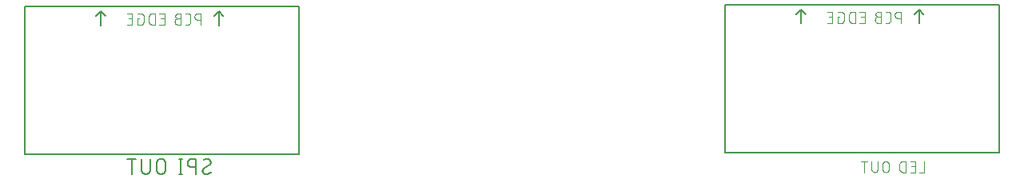
<source format=gbr>
G04 EAGLE Gerber X2 export*
%TF.Part,Single*%
%TF.FileFunction,Legend,Bot,1*%
%TF.FilePolarity,Positive*%
%TF.GenerationSoftware,Autodesk,EAGLE,9.1.3*%
%TF.CreationDate,2018-11-12T20:02:43Z*%
G75*
%MOMM*%
%FSLAX34Y34*%
%LPD*%
%AMOC8*
5,1,8,0,0,1.08239X$1,22.5*%
G01*
%ADD10C,0.152400*%
%ADD11C,0.101600*%
%ADD12C,0.150000*%


D10*
X416597Y1104376D02*
X416599Y1104258D01*
X416605Y1104140D01*
X416614Y1104022D01*
X416628Y1103905D01*
X416645Y1103788D01*
X416666Y1103671D01*
X416691Y1103556D01*
X416720Y1103441D01*
X416753Y1103327D01*
X416789Y1103215D01*
X416829Y1103104D01*
X416872Y1102994D01*
X416919Y1102885D01*
X416969Y1102778D01*
X417024Y1102673D01*
X417081Y1102570D01*
X417142Y1102469D01*
X417206Y1102369D01*
X417273Y1102272D01*
X417343Y1102177D01*
X417417Y1102085D01*
X417493Y1101994D01*
X417573Y1101907D01*
X417655Y1101822D01*
X417740Y1101740D01*
X417827Y1101660D01*
X417918Y1101584D01*
X418010Y1101510D01*
X418105Y1101440D01*
X418202Y1101373D01*
X418302Y1101309D01*
X418403Y1101248D01*
X418506Y1101191D01*
X418611Y1101136D01*
X418718Y1101086D01*
X418827Y1101039D01*
X418937Y1100996D01*
X419048Y1100956D01*
X419160Y1100920D01*
X419274Y1100887D01*
X419389Y1100858D01*
X419504Y1100833D01*
X419621Y1100812D01*
X419738Y1100795D01*
X419855Y1100781D01*
X419973Y1100772D01*
X420091Y1100766D01*
X420209Y1100764D01*
X420209Y1100763D02*
X420392Y1100765D01*
X420574Y1100772D01*
X420756Y1100783D01*
X420938Y1100798D01*
X421120Y1100818D01*
X421301Y1100842D01*
X421481Y1100870D01*
X421661Y1100902D01*
X421840Y1100939D01*
X422017Y1100980D01*
X422194Y1101026D01*
X422370Y1101075D01*
X422545Y1101129D01*
X422718Y1101187D01*
X422889Y1101249D01*
X423060Y1101315D01*
X423228Y1101386D01*
X423395Y1101460D01*
X423560Y1101538D01*
X423723Y1101620D01*
X423884Y1101706D01*
X424043Y1101796D01*
X424200Y1101890D01*
X424354Y1101987D01*
X424506Y1102088D01*
X424656Y1102193D01*
X424803Y1102301D01*
X424947Y1102412D01*
X425089Y1102527D01*
X425228Y1102646D01*
X425364Y1102768D01*
X425497Y1102893D01*
X425627Y1103021D01*
X425175Y1113407D02*
X425173Y1113525D01*
X425167Y1113643D01*
X425158Y1113761D01*
X425144Y1113878D01*
X425127Y1113995D01*
X425106Y1114112D01*
X425081Y1114227D01*
X425052Y1114342D01*
X425019Y1114456D01*
X424983Y1114568D01*
X424943Y1114679D01*
X424900Y1114789D01*
X424853Y1114898D01*
X424803Y1115005D01*
X424748Y1115110D01*
X424691Y1115213D01*
X424630Y1115314D01*
X424566Y1115414D01*
X424499Y1115511D01*
X424429Y1115606D01*
X424355Y1115698D01*
X424279Y1115789D01*
X424199Y1115876D01*
X424117Y1115961D01*
X424032Y1116043D01*
X423945Y1116123D01*
X423854Y1116199D01*
X423762Y1116273D01*
X423667Y1116343D01*
X423570Y1116410D01*
X423470Y1116474D01*
X423369Y1116535D01*
X423266Y1116592D01*
X423161Y1116647D01*
X423054Y1116697D01*
X422945Y1116744D01*
X422835Y1116787D01*
X422724Y1116827D01*
X422612Y1116863D01*
X422498Y1116896D01*
X422383Y1116925D01*
X422268Y1116950D01*
X422151Y1116971D01*
X422034Y1116988D01*
X421917Y1117002D01*
X421799Y1117011D01*
X421681Y1117017D01*
X421563Y1117019D01*
X421402Y1117017D01*
X421240Y1117011D01*
X421079Y1117002D01*
X420918Y1116988D01*
X420758Y1116971D01*
X420598Y1116950D01*
X420438Y1116925D01*
X420279Y1116896D01*
X420121Y1116864D01*
X419964Y1116828D01*
X419808Y1116788D01*
X419652Y1116744D01*
X419498Y1116696D01*
X419345Y1116645D01*
X419193Y1116591D01*
X419042Y1116532D01*
X418893Y1116471D01*
X418746Y1116405D01*
X418600Y1116336D01*
X418455Y1116264D01*
X418313Y1116188D01*
X418172Y1116109D01*
X418033Y1116027D01*
X417897Y1115941D01*
X417762Y1115852D01*
X417629Y1115760D01*
X417499Y1115664D01*
X423370Y1110246D02*
X423471Y1110308D01*
X423571Y1110373D01*
X423668Y1110442D01*
X423763Y1110514D01*
X423856Y1110588D01*
X423946Y1110666D01*
X424034Y1110747D01*
X424119Y1110830D01*
X424201Y1110916D01*
X424280Y1111005D01*
X424357Y1111096D01*
X424430Y1111190D01*
X424501Y1111286D01*
X424568Y1111384D01*
X424632Y1111484D01*
X424693Y1111587D01*
X424750Y1111691D01*
X424804Y1111797D01*
X424854Y1111905D01*
X424901Y1112014D01*
X424945Y1112125D01*
X424985Y1112237D01*
X425021Y1112351D01*
X425053Y1112465D01*
X425082Y1112581D01*
X425107Y1112697D01*
X425128Y1112814D01*
X425145Y1112932D01*
X425159Y1113050D01*
X425168Y1113169D01*
X425174Y1113288D01*
X425176Y1113407D01*
X418402Y1107537D02*
X418301Y1107475D01*
X418201Y1107410D01*
X418104Y1107341D01*
X418009Y1107269D01*
X417916Y1107195D01*
X417826Y1107117D01*
X417738Y1107036D01*
X417653Y1106953D01*
X417571Y1106867D01*
X417492Y1106778D01*
X417415Y1106687D01*
X417342Y1106593D01*
X417271Y1106497D01*
X417204Y1106399D01*
X417140Y1106299D01*
X417079Y1106196D01*
X417022Y1106092D01*
X416968Y1105986D01*
X416918Y1105878D01*
X416871Y1105769D01*
X416827Y1105658D01*
X416787Y1105546D01*
X416751Y1105432D01*
X416719Y1105318D01*
X416690Y1105202D01*
X416665Y1105086D01*
X416644Y1104969D01*
X416627Y1104851D01*
X416613Y1104733D01*
X416604Y1104614D01*
X416598Y1104495D01*
X416596Y1104376D01*
X418403Y1107536D02*
X423370Y1110246D01*
X409785Y1117019D02*
X409785Y1100763D01*
X409785Y1117019D02*
X405270Y1117019D01*
X405270Y1117020D02*
X405137Y1117018D01*
X405005Y1117012D01*
X404873Y1117002D01*
X404741Y1116989D01*
X404609Y1116971D01*
X404479Y1116950D01*
X404348Y1116925D01*
X404219Y1116896D01*
X404091Y1116863D01*
X403963Y1116827D01*
X403837Y1116787D01*
X403712Y1116743D01*
X403588Y1116695D01*
X403466Y1116644D01*
X403345Y1116589D01*
X403226Y1116531D01*
X403108Y1116469D01*
X402993Y1116404D01*
X402879Y1116335D01*
X402768Y1116264D01*
X402659Y1116188D01*
X402552Y1116110D01*
X402447Y1116029D01*
X402345Y1115944D01*
X402245Y1115857D01*
X402148Y1115767D01*
X402053Y1115674D01*
X401962Y1115578D01*
X401873Y1115480D01*
X401787Y1115379D01*
X401704Y1115275D01*
X401624Y1115169D01*
X401548Y1115061D01*
X401474Y1114951D01*
X401404Y1114838D01*
X401337Y1114724D01*
X401274Y1114607D01*
X401214Y1114489D01*
X401157Y1114369D01*
X401104Y1114247D01*
X401055Y1114124D01*
X401009Y1114000D01*
X400967Y1113874D01*
X400929Y1113747D01*
X400894Y1113619D01*
X400863Y1113490D01*
X400836Y1113361D01*
X400813Y1113230D01*
X400793Y1113099D01*
X400778Y1112967D01*
X400766Y1112835D01*
X400758Y1112703D01*
X400754Y1112570D01*
X400754Y1112438D01*
X400758Y1112305D01*
X400766Y1112173D01*
X400778Y1112041D01*
X400793Y1111909D01*
X400813Y1111778D01*
X400836Y1111647D01*
X400863Y1111518D01*
X400894Y1111389D01*
X400929Y1111261D01*
X400967Y1111134D01*
X401009Y1111008D01*
X401055Y1110884D01*
X401104Y1110761D01*
X401157Y1110639D01*
X401214Y1110519D01*
X401274Y1110401D01*
X401337Y1110284D01*
X401404Y1110170D01*
X401474Y1110057D01*
X401548Y1109947D01*
X401624Y1109839D01*
X401704Y1109733D01*
X401787Y1109629D01*
X401873Y1109528D01*
X401962Y1109430D01*
X402053Y1109334D01*
X402148Y1109241D01*
X402245Y1109151D01*
X402345Y1109064D01*
X402447Y1108979D01*
X402552Y1108898D01*
X402659Y1108820D01*
X402768Y1108744D01*
X402879Y1108673D01*
X402993Y1108604D01*
X403108Y1108539D01*
X403226Y1108477D01*
X403345Y1108419D01*
X403466Y1108364D01*
X403588Y1108313D01*
X403712Y1108265D01*
X403837Y1108221D01*
X403963Y1108181D01*
X404091Y1108145D01*
X404219Y1108112D01*
X404348Y1108083D01*
X404479Y1108058D01*
X404609Y1108037D01*
X404741Y1108019D01*
X404873Y1108006D01*
X405005Y1107996D01*
X405137Y1107990D01*
X405270Y1107988D01*
X409785Y1107988D01*
X393497Y1100763D02*
X393497Y1117019D01*
X395303Y1100763D02*
X391690Y1100763D01*
X391690Y1117019D02*
X395303Y1117019D01*
X377171Y1112504D02*
X377171Y1105279D01*
X377171Y1112504D02*
X377169Y1112637D01*
X377163Y1112769D01*
X377153Y1112901D01*
X377140Y1113033D01*
X377122Y1113165D01*
X377101Y1113295D01*
X377076Y1113426D01*
X377047Y1113555D01*
X377014Y1113683D01*
X376978Y1113811D01*
X376938Y1113937D01*
X376894Y1114062D01*
X376846Y1114186D01*
X376795Y1114308D01*
X376740Y1114429D01*
X376682Y1114548D01*
X376620Y1114666D01*
X376555Y1114781D01*
X376486Y1114895D01*
X376415Y1115006D01*
X376339Y1115115D01*
X376261Y1115222D01*
X376180Y1115327D01*
X376095Y1115429D01*
X376008Y1115529D01*
X375918Y1115626D01*
X375825Y1115721D01*
X375729Y1115812D01*
X375631Y1115901D01*
X375530Y1115987D01*
X375426Y1116070D01*
X375320Y1116150D01*
X375212Y1116226D01*
X375102Y1116300D01*
X374989Y1116370D01*
X374875Y1116437D01*
X374758Y1116500D01*
X374640Y1116560D01*
X374520Y1116617D01*
X374398Y1116670D01*
X374275Y1116719D01*
X374151Y1116765D01*
X374025Y1116807D01*
X373898Y1116845D01*
X373770Y1116880D01*
X373641Y1116911D01*
X373512Y1116938D01*
X373381Y1116961D01*
X373250Y1116981D01*
X373118Y1116996D01*
X372986Y1117008D01*
X372854Y1117016D01*
X372721Y1117020D01*
X372589Y1117020D01*
X372456Y1117016D01*
X372324Y1117008D01*
X372192Y1116996D01*
X372060Y1116981D01*
X371929Y1116961D01*
X371798Y1116938D01*
X371669Y1116911D01*
X371540Y1116880D01*
X371412Y1116845D01*
X371285Y1116807D01*
X371159Y1116765D01*
X371035Y1116719D01*
X370912Y1116670D01*
X370790Y1116617D01*
X370670Y1116560D01*
X370552Y1116500D01*
X370435Y1116437D01*
X370321Y1116370D01*
X370208Y1116300D01*
X370098Y1116226D01*
X369990Y1116150D01*
X369884Y1116070D01*
X369780Y1115987D01*
X369679Y1115901D01*
X369581Y1115812D01*
X369485Y1115721D01*
X369392Y1115626D01*
X369302Y1115529D01*
X369215Y1115429D01*
X369130Y1115327D01*
X369049Y1115222D01*
X368971Y1115115D01*
X368895Y1115006D01*
X368824Y1114895D01*
X368755Y1114781D01*
X368690Y1114666D01*
X368628Y1114548D01*
X368570Y1114429D01*
X368515Y1114308D01*
X368464Y1114186D01*
X368416Y1114062D01*
X368372Y1113937D01*
X368332Y1113811D01*
X368296Y1113683D01*
X368263Y1113555D01*
X368234Y1113426D01*
X368209Y1113295D01*
X368188Y1113165D01*
X368170Y1113033D01*
X368157Y1112901D01*
X368147Y1112769D01*
X368141Y1112637D01*
X368139Y1112504D01*
X368140Y1112504D02*
X368140Y1105279D01*
X368139Y1105279D02*
X368141Y1105146D01*
X368147Y1105014D01*
X368157Y1104882D01*
X368170Y1104750D01*
X368188Y1104618D01*
X368209Y1104488D01*
X368234Y1104357D01*
X368263Y1104228D01*
X368296Y1104100D01*
X368332Y1103972D01*
X368372Y1103846D01*
X368416Y1103721D01*
X368464Y1103597D01*
X368515Y1103475D01*
X368570Y1103354D01*
X368628Y1103235D01*
X368690Y1103117D01*
X368755Y1103002D01*
X368824Y1102888D01*
X368895Y1102777D01*
X368971Y1102668D01*
X369049Y1102561D01*
X369130Y1102456D01*
X369215Y1102354D01*
X369302Y1102254D01*
X369392Y1102157D01*
X369485Y1102062D01*
X369581Y1101971D01*
X369679Y1101882D01*
X369780Y1101796D01*
X369884Y1101713D01*
X369990Y1101633D01*
X370098Y1101557D01*
X370208Y1101483D01*
X370321Y1101413D01*
X370435Y1101346D01*
X370552Y1101283D01*
X370670Y1101223D01*
X370790Y1101166D01*
X370912Y1101113D01*
X371035Y1101064D01*
X371159Y1101018D01*
X371285Y1100976D01*
X371412Y1100938D01*
X371540Y1100903D01*
X371669Y1100872D01*
X371798Y1100845D01*
X371929Y1100822D01*
X372060Y1100802D01*
X372192Y1100787D01*
X372324Y1100775D01*
X372456Y1100767D01*
X372589Y1100763D01*
X372721Y1100763D01*
X372854Y1100767D01*
X372986Y1100775D01*
X373118Y1100787D01*
X373250Y1100802D01*
X373381Y1100822D01*
X373512Y1100845D01*
X373641Y1100872D01*
X373770Y1100903D01*
X373898Y1100938D01*
X374025Y1100976D01*
X374151Y1101018D01*
X374275Y1101064D01*
X374398Y1101113D01*
X374520Y1101166D01*
X374640Y1101223D01*
X374758Y1101283D01*
X374875Y1101346D01*
X374989Y1101413D01*
X375102Y1101483D01*
X375212Y1101557D01*
X375320Y1101633D01*
X375426Y1101713D01*
X375530Y1101796D01*
X375631Y1101882D01*
X375729Y1101971D01*
X375825Y1102062D01*
X375918Y1102157D01*
X376008Y1102254D01*
X376095Y1102354D01*
X376180Y1102456D01*
X376261Y1102561D01*
X376339Y1102668D01*
X376415Y1102777D01*
X376486Y1102888D01*
X376555Y1103002D01*
X376620Y1103117D01*
X376682Y1103235D01*
X376740Y1103354D01*
X376795Y1103475D01*
X376846Y1103597D01*
X376894Y1103721D01*
X376938Y1103846D01*
X376978Y1103972D01*
X377014Y1104100D01*
X377047Y1104228D01*
X377076Y1104357D01*
X377101Y1104488D01*
X377122Y1104618D01*
X377140Y1104750D01*
X377153Y1104882D01*
X377163Y1105014D01*
X377169Y1105146D01*
X377171Y1105279D01*
X361018Y1105279D02*
X361018Y1117019D01*
X361019Y1105279D02*
X361017Y1105146D01*
X361011Y1105014D01*
X361001Y1104882D01*
X360988Y1104750D01*
X360970Y1104618D01*
X360949Y1104488D01*
X360924Y1104357D01*
X360895Y1104228D01*
X360862Y1104100D01*
X360826Y1103972D01*
X360786Y1103846D01*
X360742Y1103721D01*
X360694Y1103597D01*
X360643Y1103475D01*
X360588Y1103354D01*
X360530Y1103235D01*
X360468Y1103117D01*
X360403Y1103002D01*
X360334Y1102888D01*
X360263Y1102777D01*
X360187Y1102668D01*
X360109Y1102561D01*
X360028Y1102456D01*
X359943Y1102354D01*
X359856Y1102254D01*
X359766Y1102157D01*
X359673Y1102062D01*
X359577Y1101971D01*
X359479Y1101882D01*
X359378Y1101796D01*
X359274Y1101713D01*
X359168Y1101633D01*
X359060Y1101557D01*
X358950Y1101483D01*
X358837Y1101413D01*
X358723Y1101346D01*
X358606Y1101283D01*
X358488Y1101223D01*
X358368Y1101166D01*
X358246Y1101113D01*
X358123Y1101064D01*
X357999Y1101018D01*
X357873Y1100976D01*
X357746Y1100938D01*
X357618Y1100903D01*
X357489Y1100872D01*
X357360Y1100845D01*
X357229Y1100822D01*
X357098Y1100802D01*
X356966Y1100787D01*
X356834Y1100775D01*
X356702Y1100767D01*
X356569Y1100763D01*
X356437Y1100763D01*
X356304Y1100767D01*
X356172Y1100775D01*
X356040Y1100787D01*
X355908Y1100802D01*
X355777Y1100822D01*
X355646Y1100845D01*
X355517Y1100872D01*
X355388Y1100903D01*
X355260Y1100938D01*
X355133Y1100976D01*
X355007Y1101018D01*
X354883Y1101064D01*
X354760Y1101113D01*
X354638Y1101166D01*
X354518Y1101223D01*
X354400Y1101283D01*
X354283Y1101346D01*
X354169Y1101413D01*
X354056Y1101483D01*
X353946Y1101557D01*
X353838Y1101633D01*
X353732Y1101713D01*
X353628Y1101796D01*
X353527Y1101882D01*
X353429Y1101971D01*
X353333Y1102062D01*
X353240Y1102157D01*
X353150Y1102254D01*
X353063Y1102354D01*
X352978Y1102456D01*
X352897Y1102561D01*
X352819Y1102668D01*
X352743Y1102777D01*
X352672Y1102888D01*
X352603Y1103002D01*
X352538Y1103117D01*
X352476Y1103235D01*
X352418Y1103354D01*
X352363Y1103475D01*
X352312Y1103597D01*
X352264Y1103721D01*
X352220Y1103846D01*
X352180Y1103972D01*
X352144Y1104100D01*
X352111Y1104228D01*
X352082Y1104357D01*
X352057Y1104488D01*
X352036Y1104618D01*
X352018Y1104750D01*
X352005Y1104882D01*
X351995Y1105014D01*
X351989Y1105146D01*
X351987Y1105279D01*
X351987Y1117019D01*
X341393Y1117019D02*
X341393Y1100763D01*
X345908Y1117019D02*
X336877Y1117019D01*
D11*
X1181089Y1114331D02*
X1181089Y1102647D01*
X1175896Y1102647D01*
X1171183Y1102647D02*
X1165990Y1102647D01*
X1171183Y1102647D02*
X1171183Y1114331D01*
X1165990Y1114331D01*
X1167288Y1109138D02*
X1171183Y1109138D01*
X1161299Y1114331D02*
X1161299Y1102647D01*
X1161299Y1114331D02*
X1158054Y1114331D01*
X1158054Y1114332D02*
X1157941Y1114330D01*
X1157828Y1114324D01*
X1157715Y1114314D01*
X1157602Y1114300D01*
X1157490Y1114283D01*
X1157379Y1114261D01*
X1157269Y1114236D01*
X1157159Y1114206D01*
X1157051Y1114173D01*
X1156944Y1114136D01*
X1156838Y1114096D01*
X1156734Y1114051D01*
X1156631Y1114003D01*
X1156530Y1113952D01*
X1156431Y1113897D01*
X1156334Y1113839D01*
X1156239Y1113777D01*
X1156146Y1113712D01*
X1156056Y1113644D01*
X1155968Y1113573D01*
X1155882Y1113498D01*
X1155799Y1113421D01*
X1155719Y1113341D01*
X1155642Y1113258D01*
X1155567Y1113172D01*
X1155496Y1113084D01*
X1155428Y1112994D01*
X1155363Y1112901D01*
X1155301Y1112806D01*
X1155243Y1112709D01*
X1155188Y1112610D01*
X1155137Y1112509D01*
X1155089Y1112406D01*
X1155044Y1112302D01*
X1155004Y1112196D01*
X1154967Y1112089D01*
X1154934Y1111981D01*
X1154904Y1111871D01*
X1154879Y1111761D01*
X1154857Y1111650D01*
X1154840Y1111538D01*
X1154826Y1111425D01*
X1154816Y1111312D01*
X1154810Y1111199D01*
X1154808Y1111086D01*
X1154808Y1105893D01*
X1154810Y1105780D01*
X1154816Y1105667D01*
X1154826Y1105554D01*
X1154840Y1105441D01*
X1154857Y1105329D01*
X1154879Y1105218D01*
X1154904Y1105108D01*
X1154934Y1104998D01*
X1154967Y1104890D01*
X1155004Y1104783D01*
X1155044Y1104677D01*
X1155089Y1104573D01*
X1155137Y1104470D01*
X1155188Y1104369D01*
X1155243Y1104270D01*
X1155301Y1104173D01*
X1155363Y1104078D01*
X1155428Y1103985D01*
X1155496Y1103895D01*
X1155567Y1103807D01*
X1155642Y1103721D01*
X1155719Y1103638D01*
X1155799Y1103558D01*
X1155882Y1103481D01*
X1155968Y1103406D01*
X1156056Y1103335D01*
X1156146Y1103267D01*
X1156239Y1103202D01*
X1156334Y1103140D01*
X1156431Y1103082D01*
X1156530Y1103027D01*
X1156631Y1102976D01*
X1156734Y1102928D01*
X1156838Y1102883D01*
X1156944Y1102843D01*
X1157051Y1102806D01*
X1157159Y1102773D01*
X1157269Y1102743D01*
X1157379Y1102718D01*
X1157490Y1102696D01*
X1157602Y1102679D01*
X1157715Y1102665D01*
X1157828Y1102655D01*
X1157941Y1102649D01*
X1158054Y1102647D01*
X1161299Y1102647D01*
X1143392Y1105893D02*
X1143392Y1111086D01*
X1143393Y1111086D02*
X1143391Y1111199D01*
X1143385Y1111312D01*
X1143375Y1111425D01*
X1143361Y1111538D01*
X1143344Y1111650D01*
X1143322Y1111761D01*
X1143297Y1111871D01*
X1143267Y1111981D01*
X1143234Y1112089D01*
X1143197Y1112196D01*
X1143157Y1112302D01*
X1143112Y1112406D01*
X1143064Y1112509D01*
X1143013Y1112610D01*
X1142958Y1112709D01*
X1142900Y1112806D01*
X1142838Y1112901D01*
X1142773Y1112994D01*
X1142705Y1113084D01*
X1142634Y1113172D01*
X1142559Y1113258D01*
X1142482Y1113341D01*
X1142402Y1113421D01*
X1142319Y1113498D01*
X1142233Y1113573D01*
X1142145Y1113644D01*
X1142055Y1113712D01*
X1141962Y1113777D01*
X1141867Y1113839D01*
X1141770Y1113897D01*
X1141671Y1113952D01*
X1141570Y1114003D01*
X1141467Y1114051D01*
X1141363Y1114096D01*
X1141257Y1114136D01*
X1141150Y1114173D01*
X1141042Y1114206D01*
X1140932Y1114236D01*
X1140822Y1114261D01*
X1140711Y1114283D01*
X1140599Y1114300D01*
X1140486Y1114314D01*
X1140373Y1114324D01*
X1140260Y1114330D01*
X1140147Y1114332D01*
X1140034Y1114330D01*
X1139921Y1114324D01*
X1139808Y1114314D01*
X1139695Y1114300D01*
X1139583Y1114283D01*
X1139472Y1114261D01*
X1139362Y1114236D01*
X1139252Y1114206D01*
X1139144Y1114173D01*
X1139037Y1114136D01*
X1138931Y1114096D01*
X1138827Y1114051D01*
X1138724Y1114003D01*
X1138623Y1113952D01*
X1138524Y1113897D01*
X1138427Y1113839D01*
X1138332Y1113777D01*
X1138239Y1113712D01*
X1138149Y1113644D01*
X1138061Y1113573D01*
X1137975Y1113498D01*
X1137892Y1113421D01*
X1137812Y1113341D01*
X1137735Y1113258D01*
X1137660Y1113172D01*
X1137589Y1113084D01*
X1137521Y1112994D01*
X1137456Y1112901D01*
X1137394Y1112806D01*
X1137336Y1112709D01*
X1137281Y1112610D01*
X1137230Y1112509D01*
X1137182Y1112406D01*
X1137137Y1112302D01*
X1137097Y1112196D01*
X1137060Y1112089D01*
X1137027Y1111981D01*
X1136997Y1111871D01*
X1136972Y1111761D01*
X1136950Y1111650D01*
X1136933Y1111538D01*
X1136919Y1111425D01*
X1136909Y1111312D01*
X1136903Y1111199D01*
X1136901Y1111086D01*
X1136901Y1105893D01*
X1136903Y1105780D01*
X1136909Y1105667D01*
X1136919Y1105554D01*
X1136933Y1105441D01*
X1136950Y1105329D01*
X1136972Y1105218D01*
X1136997Y1105108D01*
X1137027Y1104998D01*
X1137060Y1104890D01*
X1137097Y1104783D01*
X1137137Y1104677D01*
X1137182Y1104573D01*
X1137230Y1104470D01*
X1137281Y1104369D01*
X1137336Y1104270D01*
X1137394Y1104173D01*
X1137456Y1104078D01*
X1137521Y1103985D01*
X1137589Y1103895D01*
X1137660Y1103807D01*
X1137735Y1103721D01*
X1137812Y1103638D01*
X1137892Y1103558D01*
X1137975Y1103481D01*
X1138061Y1103406D01*
X1138149Y1103335D01*
X1138239Y1103267D01*
X1138332Y1103202D01*
X1138427Y1103140D01*
X1138524Y1103082D01*
X1138623Y1103027D01*
X1138724Y1102976D01*
X1138827Y1102928D01*
X1138931Y1102883D01*
X1139037Y1102843D01*
X1139144Y1102806D01*
X1139252Y1102773D01*
X1139362Y1102743D01*
X1139472Y1102718D01*
X1139583Y1102696D01*
X1139695Y1102679D01*
X1139808Y1102665D01*
X1139921Y1102655D01*
X1140034Y1102649D01*
X1140147Y1102647D01*
X1140260Y1102649D01*
X1140373Y1102655D01*
X1140486Y1102665D01*
X1140599Y1102679D01*
X1140711Y1102696D01*
X1140822Y1102718D01*
X1140932Y1102743D01*
X1141042Y1102773D01*
X1141150Y1102806D01*
X1141257Y1102843D01*
X1141363Y1102883D01*
X1141467Y1102928D01*
X1141570Y1102976D01*
X1141671Y1103027D01*
X1141770Y1103082D01*
X1141867Y1103140D01*
X1141962Y1103202D01*
X1142055Y1103267D01*
X1142145Y1103335D01*
X1142233Y1103406D01*
X1142319Y1103481D01*
X1142402Y1103558D01*
X1142482Y1103638D01*
X1142559Y1103721D01*
X1142634Y1103807D01*
X1142705Y1103895D01*
X1142773Y1103985D01*
X1142838Y1104078D01*
X1142900Y1104173D01*
X1142958Y1104270D01*
X1143013Y1104369D01*
X1143064Y1104470D01*
X1143112Y1104573D01*
X1143157Y1104677D01*
X1143197Y1104783D01*
X1143234Y1104890D01*
X1143267Y1104998D01*
X1143297Y1105108D01*
X1143322Y1105218D01*
X1143344Y1105329D01*
X1143361Y1105441D01*
X1143375Y1105554D01*
X1143385Y1105667D01*
X1143391Y1105780D01*
X1143393Y1105893D01*
X1131581Y1105893D02*
X1131581Y1114331D01*
X1131582Y1105893D02*
X1131580Y1105780D01*
X1131574Y1105667D01*
X1131564Y1105554D01*
X1131550Y1105441D01*
X1131533Y1105329D01*
X1131511Y1105218D01*
X1131486Y1105108D01*
X1131456Y1104998D01*
X1131423Y1104890D01*
X1131386Y1104783D01*
X1131346Y1104677D01*
X1131301Y1104573D01*
X1131253Y1104470D01*
X1131202Y1104369D01*
X1131147Y1104270D01*
X1131089Y1104173D01*
X1131027Y1104078D01*
X1130962Y1103985D01*
X1130894Y1103895D01*
X1130823Y1103807D01*
X1130748Y1103721D01*
X1130671Y1103638D01*
X1130591Y1103558D01*
X1130508Y1103481D01*
X1130422Y1103406D01*
X1130334Y1103335D01*
X1130244Y1103267D01*
X1130151Y1103202D01*
X1130056Y1103140D01*
X1129959Y1103082D01*
X1129860Y1103027D01*
X1129759Y1102976D01*
X1129656Y1102928D01*
X1129552Y1102883D01*
X1129446Y1102843D01*
X1129339Y1102806D01*
X1129231Y1102773D01*
X1129121Y1102743D01*
X1129011Y1102718D01*
X1128900Y1102696D01*
X1128788Y1102679D01*
X1128675Y1102665D01*
X1128562Y1102655D01*
X1128449Y1102649D01*
X1128336Y1102647D01*
X1128223Y1102649D01*
X1128110Y1102655D01*
X1127997Y1102665D01*
X1127884Y1102679D01*
X1127772Y1102696D01*
X1127661Y1102718D01*
X1127551Y1102743D01*
X1127441Y1102773D01*
X1127333Y1102806D01*
X1127226Y1102843D01*
X1127120Y1102883D01*
X1127016Y1102928D01*
X1126913Y1102976D01*
X1126812Y1103027D01*
X1126713Y1103082D01*
X1126616Y1103140D01*
X1126521Y1103202D01*
X1126428Y1103267D01*
X1126338Y1103335D01*
X1126250Y1103406D01*
X1126164Y1103481D01*
X1126081Y1103558D01*
X1126001Y1103638D01*
X1125924Y1103721D01*
X1125849Y1103807D01*
X1125778Y1103895D01*
X1125710Y1103985D01*
X1125645Y1104078D01*
X1125583Y1104173D01*
X1125525Y1104270D01*
X1125470Y1104369D01*
X1125419Y1104470D01*
X1125371Y1104573D01*
X1125326Y1104677D01*
X1125286Y1104783D01*
X1125249Y1104890D01*
X1125216Y1104998D01*
X1125186Y1105108D01*
X1125161Y1105218D01*
X1125139Y1105329D01*
X1125122Y1105441D01*
X1125108Y1105554D01*
X1125098Y1105667D01*
X1125092Y1105780D01*
X1125090Y1105893D01*
X1125090Y1114331D01*
X1117287Y1114331D02*
X1117287Y1102647D01*
X1120533Y1114331D02*
X1114041Y1114331D01*
D12*
X228600Y1121795D02*
X228600Y1278395D01*
X228600Y1121795D02*
X518600Y1121795D01*
X518600Y1278395D01*
X228600Y1278395D01*
D11*
X414450Y1270737D02*
X414450Y1259053D01*
X414450Y1270737D02*
X411204Y1270737D01*
X411091Y1270735D01*
X410978Y1270729D01*
X410865Y1270719D01*
X410752Y1270705D01*
X410640Y1270688D01*
X410529Y1270666D01*
X410419Y1270641D01*
X410309Y1270611D01*
X410201Y1270578D01*
X410094Y1270541D01*
X409988Y1270501D01*
X409884Y1270456D01*
X409781Y1270408D01*
X409680Y1270357D01*
X409581Y1270302D01*
X409484Y1270244D01*
X409389Y1270182D01*
X409296Y1270117D01*
X409206Y1270049D01*
X409118Y1269978D01*
X409032Y1269903D01*
X408949Y1269826D01*
X408869Y1269746D01*
X408792Y1269663D01*
X408717Y1269577D01*
X408646Y1269489D01*
X408578Y1269399D01*
X408513Y1269306D01*
X408451Y1269211D01*
X408393Y1269114D01*
X408338Y1269015D01*
X408287Y1268914D01*
X408239Y1268811D01*
X408194Y1268707D01*
X408154Y1268601D01*
X408117Y1268494D01*
X408084Y1268386D01*
X408054Y1268276D01*
X408029Y1268166D01*
X408007Y1268055D01*
X407990Y1267943D01*
X407976Y1267830D01*
X407966Y1267717D01*
X407960Y1267604D01*
X407958Y1267491D01*
X407960Y1267378D01*
X407966Y1267265D01*
X407976Y1267152D01*
X407990Y1267039D01*
X408007Y1266927D01*
X408029Y1266816D01*
X408054Y1266706D01*
X408084Y1266596D01*
X408117Y1266488D01*
X408154Y1266381D01*
X408194Y1266275D01*
X408239Y1266171D01*
X408287Y1266068D01*
X408338Y1265967D01*
X408393Y1265868D01*
X408451Y1265771D01*
X408513Y1265676D01*
X408578Y1265583D01*
X408646Y1265493D01*
X408717Y1265405D01*
X408792Y1265319D01*
X408869Y1265236D01*
X408949Y1265156D01*
X409032Y1265079D01*
X409118Y1265004D01*
X409206Y1264933D01*
X409296Y1264865D01*
X409389Y1264800D01*
X409484Y1264738D01*
X409581Y1264680D01*
X409680Y1264625D01*
X409781Y1264574D01*
X409884Y1264526D01*
X409988Y1264481D01*
X410094Y1264441D01*
X410201Y1264404D01*
X410309Y1264371D01*
X410419Y1264341D01*
X410529Y1264316D01*
X410640Y1264294D01*
X410752Y1264277D01*
X410865Y1264263D01*
X410978Y1264253D01*
X411091Y1264247D01*
X411204Y1264245D01*
X411204Y1264246D02*
X414450Y1264246D01*
X401007Y1259053D02*
X398410Y1259053D01*
X401007Y1259053D02*
X401106Y1259055D01*
X401206Y1259061D01*
X401305Y1259070D01*
X401403Y1259083D01*
X401501Y1259100D01*
X401599Y1259121D01*
X401695Y1259146D01*
X401790Y1259174D01*
X401884Y1259206D01*
X401977Y1259241D01*
X402069Y1259280D01*
X402159Y1259323D01*
X402247Y1259368D01*
X402334Y1259418D01*
X402418Y1259470D01*
X402501Y1259526D01*
X402581Y1259584D01*
X402659Y1259646D01*
X402734Y1259711D01*
X402807Y1259779D01*
X402877Y1259849D01*
X402945Y1259922D01*
X403010Y1259997D01*
X403072Y1260075D01*
X403130Y1260155D01*
X403186Y1260238D01*
X403238Y1260322D01*
X403288Y1260409D01*
X403333Y1260497D01*
X403376Y1260587D01*
X403415Y1260679D01*
X403450Y1260772D01*
X403482Y1260866D01*
X403510Y1260961D01*
X403535Y1261057D01*
X403556Y1261155D01*
X403573Y1261253D01*
X403586Y1261351D01*
X403595Y1261450D01*
X403601Y1261550D01*
X403603Y1261649D01*
X403603Y1268140D01*
X403601Y1268239D01*
X403595Y1268339D01*
X403586Y1268438D01*
X403573Y1268536D01*
X403556Y1268634D01*
X403535Y1268732D01*
X403510Y1268828D01*
X403482Y1268923D01*
X403450Y1269017D01*
X403415Y1269110D01*
X403376Y1269202D01*
X403333Y1269292D01*
X403288Y1269380D01*
X403238Y1269467D01*
X403186Y1269551D01*
X403130Y1269634D01*
X403072Y1269714D01*
X403010Y1269792D01*
X402945Y1269867D01*
X402877Y1269940D01*
X402807Y1270010D01*
X402734Y1270078D01*
X402659Y1270143D01*
X402581Y1270205D01*
X402501Y1270263D01*
X402418Y1270319D01*
X402334Y1270371D01*
X402247Y1270421D01*
X402159Y1270466D01*
X402069Y1270509D01*
X401977Y1270548D01*
X401884Y1270583D01*
X401790Y1270615D01*
X401695Y1270643D01*
X401599Y1270668D01*
X401501Y1270689D01*
X401403Y1270706D01*
X401305Y1270719D01*
X401206Y1270728D01*
X401106Y1270734D01*
X401007Y1270736D01*
X401007Y1270737D02*
X398410Y1270737D01*
X393495Y1265544D02*
X390249Y1265544D01*
X390136Y1265542D01*
X390023Y1265536D01*
X389910Y1265526D01*
X389797Y1265512D01*
X389685Y1265495D01*
X389574Y1265473D01*
X389464Y1265448D01*
X389354Y1265418D01*
X389246Y1265385D01*
X389139Y1265348D01*
X389033Y1265308D01*
X388929Y1265263D01*
X388826Y1265215D01*
X388725Y1265164D01*
X388626Y1265109D01*
X388529Y1265051D01*
X388434Y1264989D01*
X388341Y1264924D01*
X388251Y1264856D01*
X388163Y1264785D01*
X388077Y1264710D01*
X387994Y1264633D01*
X387914Y1264553D01*
X387837Y1264470D01*
X387762Y1264384D01*
X387691Y1264296D01*
X387623Y1264206D01*
X387558Y1264113D01*
X387496Y1264018D01*
X387438Y1263921D01*
X387383Y1263822D01*
X387332Y1263721D01*
X387284Y1263618D01*
X387239Y1263514D01*
X387199Y1263408D01*
X387162Y1263301D01*
X387129Y1263193D01*
X387099Y1263083D01*
X387074Y1262973D01*
X387052Y1262862D01*
X387035Y1262750D01*
X387021Y1262637D01*
X387011Y1262524D01*
X387005Y1262411D01*
X387003Y1262298D01*
X387005Y1262185D01*
X387011Y1262072D01*
X387021Y1261959D01*
X387035Y1261846D01*
X387052Y1261734D01*
X387074Y1261623D01*
X387099Y1261513D01*
X387129Y1261403D01*
X387162Y1261295D01*
X387199Y1261188D01*
X387239Y1261082D01*
X387284Y1260978D01*
X387332Y1260875D01*
X387383Y1260774D01*
X387438Y1260675D01*
X387496Y1260578D01*
X387558Y1260483D01*
X387623Y1260390D01*
X387691Y1260300D01*
X387762Y1260212D01*
X387837Y1260126D01*
X387914Y1260043D01*
X387994Y1259963D01*
X388077Y1259886D01*
X388163Y1259811D01*
X388251Y1259740D01*
X388341Y1259672D01*
X388434Y1259607D01*
X388529Y1259545D01*
X388626Y1259487D01*
X388725Y1259432D01*
X388826Y1259381D01*
X388929Y1259333D01*
X389033Y1259288D01*
X389139Y1259248D01*
X389246Y1259211D01*
X389354Y1259178D01*
X389464Y1259148D01*
X389574Y1259123D01*
X389685Y1259101D01*
X389797Y1259084D01*
X389910Y1259070D01*
X390023Y1259060D01*
X390136Y1259054D01*
X390249Y1259052D01*
X390249Y1259053D02*
X393495Y1259053D01*
X393495Y1270737D01*
X390249Y1270737D01*
X390249Y1270736D02*
X390148Y1270734D01*
X390048Y1270728D01*
X389948Y1270718D01*
X389848Y1270705D01*
X389749Y1270687D01*
X389650Y1270666D01*
X389553Y1270641D01*
X389456Y1270612D01*
X389361Y1270579D01*
X389267Y1270543D01*
X389175Y1270503D01*
X389084Y1270460D01*
X388995Y1270413D01*
X388908Y1270363D01*
X388822Y1270309D01*
X388739Y1270252D01*
X388659Y1270192D01*
X388580Y1270129D01*
X388504Y1270062D01*
X388431Y1269993D01*
X388361Y1269921D01*
X388293Y1269847D01*
X388228Y1269770D01*
X388167Y1269690D01*
X388108Y1269608D01*
X388053Y1269524D01*
X388001Y1269438D01*
X387952Y1269350D01*
X387907Y1269260D01*
X387865Y1269168D01*
X387827Y1269075D01*
X387793Y1268980D01*
X387762Y1268885D01*
X387735Y1268788D01*
X387712Y1268690D01*
X387692Y1268591D01*
X387677Y1268491D01*
X387665Y1268391D01*
X387657Y1268291D01*
X387653Y1268190D01*
X387653Y1268090D01*
X387657Y1267989D01*
X387665Y1267889D01*
X387677Y1267789D01*
X387692Y1267689D01*
X387712Y1267590D01*
X387735Y1267492D01*
X387762Y1267395D01*
X387793Y1267300D01*
X387827Y1267205D01*
X387865Y1267112D01*
X387907Y1267020D01*
X387952Y1266930D01*
X388001Y1266842D01*
X388053Y1266756D01*
X388108Y1266672D01*
X388167Y1266590D01*
X388228Y1266510D01*
X388293Y1266433D01*
X388361Y1266359D01*
X388431Y1266287D01*
X388504Y1266218D01*
X388580Y1266151D01*
X388659Y1266088D01*
X388739Y1266028D01*
X388822Y1265971D01*
X388908Y1265917D01*
X388995Y1265867D01*
X389084Y1265820D01*
X389175Y1265777D01*
X389267Y1265737D01*
X389361Y1265701D01*
X389456Y1265668D01*
X389553Y1265639D01*
X389650Y1265614D01*
X389749Y1265593D01*
X389848Y1265575D01*
X389948Y1265562D01*
X390048Y1265552D01*
X390148Y1265546D01*
X390249Y1265544D01*
X376115Y1259053D02*
X370922Y1259053D01*
X376115Y1259053D02*
X376115Y1270737D01*
X370922Y1270737D01*
X372221Y1265544D02*
X376115Y1265544D01*
X366232Y1270737D02*
X366232Y1259053D01*
X366232Y1270737D02*
X362986Y1270737D01*
X362873Y1270735D01*
X362760Y1270729D01*
X362647Y1270719D01*
X362534Y1270705D01*
X362422Y1270688D01*
X362311Y1270666D01*
X362201Y1270641D01*
X362091Y1270611D01*
X361983Y1270578D01*
X361876Y1270541D01*
X361770Y1270501D01*
X361666Y1270456D01*
X361563Y1270408D01*
X361462Y1270357D01*
X361363Y1270302D01*
X361266Y1270244D01*
X361171Y1270182D01*
X361078Y1270117D01*
X360988Y1270049D01*
X360900Y1269978D01*
X360814Y1269903D01*
X360731Y1269826D01*
X360651Y1269746D01*
X360574Y1269663D01*
X360499Y1269577D01*
X360428Y1269489D01*
X360360Y1269399D01*
X360295Y1269306D01*
X360233Y1269211D01*
X360175Y1269114D01*
X360120Y1269015D01*
X360069Y1268914D01*
X360021Y1268811D01*
X359976Y1268707D01*
X359936Y1268601D01*
X359899Y1268494D01*
X359866Y1268386D01*
X359836Y1268276D01*
X359811Y1268166D01*
X359789Y1268055D01*
X359772Y1267943D01*
X359758Y1267830D01*
X359748Y1267717D01*
X359742Y1267604D01*
X359740Y1267491D01*
X359741Y1267491D02*
X359741Y1262298D01*
X359740Y1262298D02*
X359742Y1262185D01*
X359748Y1262072D01*
X359758Y1261959D01*
X359772Y1261846D01*
X359789Y1261734D01*
X359811Y1261623D01*
X359836Y1261513D01*
X359866Y1261403D01*
X359899Y1261295D01*
X359936Y1261188D01*
X359976Y1261082D01*
X360021Y1260978D01*
X360069Y1260875D01*
X360120Y1260774D01*
X360175Y1260675D01*
X360233Y1260578D01*
X360295Y1260483D01*
X360360Y1260390D01*
X360428Y1260300D01*
X360499Y1260212D01*
X360574Y1260126D01*
X360651Y1260043D01*
X360731Y1259963D01*
X360814Y1259886D01*
X360900Y1259811D01*
X360988Y1259740D01*
X361078Y1259672D01*
X361171Y1259607D01*
X361266Y1259545D01*
X361363Y1259487D01*
X361462Y1259432D01*
X361563Y1259381D01*
X361666Y1259333D01*
X361770Y1259288D01*
X361876Y1259248D01*
X361983Y1259211D01*
X362091Y1259178D01*
X362201Y1259148D01*
X362311Y1259123D01*
X362422Y1259101D01*
X362534Y1259084D01*
X362647Y1259070D01*
X362760Y1259060D01*
X362873Y1259054D01*
X362986Y1259052D01*
X362986Y1259053D02*
X366232Y1259053D01*
X349496Y1265544D02*
X347549Y1265544D01*
X347549Y1259053D01*
X351444Y1259053D01*
X351543Y1259055D01*
X351643Y1259061D01*
X351742Y1259070D01*
X351840Y1259083D01*
X351938Y1259100D01*
X352036Y1259121D01*
X352132Y1259146D01*
X352227Y1259174D01*
X352321Y1259206D01*
X352414Y1259241D01*
X352506Y1259280D01*
X352596Y1259323D01*
X352684Y1259368D01*
X352771Y1259418D01*
X352855Y1259470D01*
X352938Y1259526D01*
X353018Y1259584D01*
X353096Y1259646D01*
X353171Y1259711D01*
X353244Y1259779D01*
X353314Y1259849D01*
X353382Y1259922D01*
X353447Y1259997D01*
X353509Y1260075D01*
X353567Y1260155D01*
X353623Y1260238D01*
X353675Y1260322D01*
X353725Y1260409D01*
X353770Y1260497D01*
X353813Y1260587D01*
X353852Y1260679D01*
X353887Y1260772D01*
X353919Y1260866D01*
X353947Y1260961D01*
X353972Y1261057D01*
X353993Y1261155D01*
X354010Y1261253D01*
X354023Y1261351D01*
X354032Y1261450D01*
X354038Y1261550D01*
X354040Y1261649D01*
X354040Y1268140D01*
X354038Y1268239D01*
X354032Y1268339D01*
X354023Y1268438D01*
X354010Y1268536D01*
X353993Y1268634D01*
X353972Y1268732D01*
X353947Y1268828D01*
X353919Y1268923D01*
X353887Y1269017D01*
X353852Y1269110D01*
X353813Y1269202D01*
X353770Y1269292D01*
X353725Y1269380D01*
X353675Y1269467D01*
X353623Y1269551D01*
X353567Y1269634D01*
X353509Y1269714D01*
X353447Y1269792D01*
X353382Y1269867D01*
X353314Y1269940D01*
X353244Y1270010D01*
X353171Y1270078D01*
X353096Y1270143D01*
X353018Y1270205D01*
X352938Y1270263D01*
X352855Y1270319D01*
X352771Y1270371D01*
X352684Y1270421D01*
X352596Y1270466D01*
X352506Y1270509D01*
X352414Y1270548D01*
X352321Y1270583D01*
X352227Y1270615D01*
X352132Y1270643D01*
X352036Y1270668D01*
X351938Y1270689D01*
X351840Y1270706D01*
X351742Y1270719D01*
X351643Y1270728D01*
X351543Y1270734D01*
X351444Y1270736D01*
X351444Y1270737D02*
X347549Y1270737D01*
X341825Y1259053D02*
X336633Y1259053D01*
X341825Y1259053D02*
X341825Y1270737D01*
X336633Y1270737D01*
X337931Y1265544D02*
X341825Y1265544D01*
D12*
X308600Y1258395D02*
X308600Y1273395D01*
X313600Y1268395D01*
X308600Y1273395D02*
X303600Y1268395D01*
X433600Y1273395D02*
X433600Y1258395D01*
X438600Y1268395D02*
X433600Y1273395D01*
X428600Y1268395D01*
X970280Y1280160D02*
X970280Y1123560D01*
X1260280Y1123560D01*
X1260280Y1280160D01*
X970280Y1280160D01*
D11*
X1156130Y1272502D02*
X1156130Y1260818D01*
X1156130Y1272502D02*
X1152884Y1272502D01*
X1152771Y1272500D01*
X1152658Y1272494D01*
X1152545Y1272484D01*
X1152432Y1272470D01*
X1152320Y1272453D01*
X1152209Y1272431D01*
X1152099Y1272406D01*
X1151989Y1272376D01*
X1151881Y1272343D01*
X1151774Y1272306D01*
X1151668Y1272266D01*
X1151564Y1272221D01*
X1151461Y1272173D01*
X1151360Y1272122D01*
X1151261Y1272067D01*
X1151164Y1272009D01*
X1151069Y1271947D01*
X1150976Y1271882D01*
X1150886Y1271814D01*
X1150798Y1271743D01*
X1150712Y1271668D01*
X1150629Y1271591D01*
X1150549Y1271511D01*
X1150472Y1271428D01*
X1150397Y1271342D01*
X1150326Y1271254D01*
X1150258Y1271164D01*
X1150193Y1271071D01*
X1150131Y1270976D01*
X1150073Y1270879D01*
X1150018Y1270780D01*
X1149967Y1270679D01*
X1149919Y1270576D01*
X1149874Y1270472D01*
X1149834Y1270366D01*
X1149797Y1270259D01*
X1149764Y1270151D01*
X1149734Y1270041D01*
X1149709Y1269931D01*
X1149687Y1269820D01*
X1149670Y1269708D01*
X1149656Y1269595D01*
X1149646Y1269482D01*
X1149640Y1269369D01*
X1149638Y1269256D01*
X1149640Y1269143D01*
X1149646Y1269030D01*
X1149656Y1268917D01*
X1149670Y1268804D01*
X1149687Y1268692D01*
X1149709Y1268581D01*
X1149734Y1268471D01*
X1149764Y1268361D01*
X1149797Y1268253D01*
X1149834Y1268146D01*
X1149874Y1268040D01*
X1149919Y1267936D01*
X1149967Y1267833D01*
X1150018Y1267732D01*
X1150073Y1267633D01*
X1150131Y1267536D01*
X1150193Y1267441D01*
X1150258Y1267348D01*
X1150326Y1267258D01*
X1150397Y1267170D01*
X1150472Y1267084D01*
X1150549Y1267001D01*
X1150629Y1266921D01*
X1150712Y1266844D01*
X1150798Y1266769D01*
X1150886Y1266698D01*
X1150976Y1266630D01*
X1151069Y1266565D01*
X1151164Y1266503D01*
X1151261Y1266445D01*
X1151360Y1266390D01*
X1151461Y1266339D01*
X1151564Y1266291D01*
X1151668Y1266246D01*
X1151774Y1266206D01*
X1151881Y1266169D01*
X1151989Y1266136D01*
X1152099Y1266106D01*
X1152209Y1266081D01*
X1152320Y1266059D01*
X1152432Y1266042D01*
X1152545Y1266028D01*
X1152658Y1266018D01*
X1152771Y1266012D01*
X1152884Y1266010D01*
X1152884Y1266011D02*
X1156130Y1266011D01*
X1142687Y1260818D02*
X1140090Y1260818D01*
X1142687Y1260818D02*
X1142786Y1260820D01*
X1142886Y1260826D01*
X1142985Y1260835D01*
X1143083Y1260848D01*
X1143181Y1260865D01*
X1143279Y1260886D01*
X1143375Y1260911D01*
X1143470Y1260939D01*
X1143564Y1260971D01*
X1143657Y1261006D01*
X1143749Y1261045D01*
X1143839Y1261088D01*
X1143927Y1261133D01*
X1144014Y1261183D01*
X1144098Y1261235D01*
X1144181Y1261291D01*
X1144261Y1261349D01*
X1144339Y1261411D01*
X1144414Y1261476D01*
X1144487Y1261544D01*
X1144557Y1261614D01*
X1144625Y1261687D01*
X1144690Y1261762D01*
X1144752Y1261840D01*
X1144810Y1261920D01*
X1144866Y1262003D01*
X1144918Y1262087D01*
X1144968Y1262174D01*
X1145013Y1262262D01*
X1145056Y1262352D01*
X1145095Y1262444D01*
X1145130Y1262537D01*
X1145162Y1262631D01*
X1145190Y1262726D01*
X1145215Y1262822D01*
X1145236Y1262920D01*
X1145253Y1263018D01*
X1145266Y1263116D01*
X1145275Y1263215D01*
X1145281Y1263315D01*
X1145283Y1263414D01*
X1145283Y1269906D01*
X1145281Y1270005D01*
X1145275Y1270105D01*
X1145266Y1270204D01*
X1145253Y1270302D01*
X1145236Y1270400D01*
X1145215Y1270498D01*
X1145190Y1270594D01*
X1145162Y1270689D01*
X1145130Y1270783D01*
X1145095Y1270876D01*
X1145056Y1270968D01*
X1145013Y1271058D01*
X1144968Y1271146D01*
X1144918Y1271233D01*
X1144866Y1271317D01*
X1144810Y1271400D01*
X1144752Y1271480D01*
X1144690Y1271558D01*
X1144625Y1271633D01*
X1144557Y1271706D01*
X1144487Y1271776D01*
X1144414Y1271844D01*
X1144339Y1271909D01*
X1144261Y1271971D01*
X1144181Y1272029D01*
X1144098Y1272085D01*
X1144014Y1272137D01*
X1143927Y1272187D01*
X1143839Y1272232D01*
X1143749Y1272275D01*
X1143657Y1272314D01*
X1143564Y1272349D01*
X1143470Y1272381D01*
X1143375Y1272409D01*
X1143279Y1272434D01*
X1143181Y1272455D01*
X1143083Y1272472D01*
X1142985Y1272485D01*
X1142886Y1272494D01*
X1142786Y1272500D01*
X1142687Y1272502D01*
X1140090Y1272502D01*
X1135175Y1267309D02*
X1131929Y1267309D01*
X1131929Y1267310D02*
X1131816Y1267308D01*
X1131703Y1267302D01*
X1131590Y1267292D01*
X1131477Y1267278D01*
X1131365Y1267261D01*
X1131254Y1267239D01*
X1131144Y1267214D01*
X1131034Y1267184D01*
X1130926Y1267151D01*
X1130819Y1267114D01*
X1130713Y1267074D01*
X1130609Y1267029D01*
X1130506Y1266981D01*
X1130405Y1266930D01*
X1130306Y1266875D01*
X1130209Y1266817D01*
X1130114Y1266755D01*
X1130021Y1266690D01*
X1129931Y1266622D01*
X1129843Y1266551D01*
X1129757Y1266476D01*
X1129674Y1266399D01*
X1129594Y1266319D01*
X1129517Y1266236D01*
X1129442Y1266150D01*
X1129371Y1266062D01*
X1129303Y1265972D01*
X1129238Y1265879D01*
X1129176Y1265784D01*
X1129118Y1265687D01*
X1129063Y1265588D01*
X1129012Y1265487D01*
X1128964Y1265384D01*
X1128919Y1265280D01*
X1128879Y1265174D01*
X1128842Y1265067D01*
X1128809Y1264959D01*
X1128779Y1264849D01*
X1128754Y1264739D01*
X1128732Y1264628D01*
X1128715Y1264516D01*
X1128701Y1264403D01*
X1128691Y1264290D01*
X1128685Y1264177D01*
X1128683Y1264064D01*
X1128685Y1263951D01*
X1128691Y1263838D01*
X1128701Y1263725D01*
X1128715Y1263612D01*
X1128732Y1263500D01*
X1128754Y1263389D01*
X1128779Y1263279D01*
X1128809Y1263169D01*
X1128842Y1263061D01*
X1128879Y1262954D01*
X1128919Y1262848D01*
X1128964Y1262744D01*
X1129012Y1262641D01*
X1129063Y1262540D01*
X1129118Y1262441D01*
X1129176Y1262344D01*
X1129238Y1262249D01*
X1129303Y1262156D01*
X1129371Y1262066D01*
X1129442Y1261978D01*
X1129517Y1261892D01*
X1129594Y1261809D01*
X1129674Y1261729D01*
X1129757Y1261652D01*
X1129843Y1261577D01*
X1129931Y1261506D01*
X1130021Y1261438D01*
X1130114Y1261373D01*
X1130209Y1261311D01*
X1130306Y1261253D01*
X1130405Y1261198D01*
X1130506Y1261147D01*
X1130609Y1261099D01*
X1130713Y1261054D01*
X1130819Y1261014D01*
X1130926Y1260977D01*
X1131034Y1260944D01*
X1131144Y1260914D01*
X1131254Y1260889D01*
X1131365Y1260867D01*
X1131477Y1260850D01*
X1131590Y1260836D01*
X1131703Y1260826D01*
X1131816Y1260820D01*
X1131929Y1260818D01*
X1135175Y1260818D01*
X1135175Y1272502D01*
X1131929Y1272502D01*
X1131828Y1272500D01*
X1131728Y1272494D01*
X1131628Y1272484D01*
X1131528Y1272471D01*
X1131429Y1272453D01*
X1131330Y1272432D01*
X1131233Y1272407D01*
X1131136Y1272378D01*
X1131041Y1272345D01*
X1130947Y1272309D01*
X1130855Y1272269D01*
X1130764Y1272226D01*
X1130675Y1272179D01*
X1130588Y1272129D01*
X1130502Y1272075D01*
X1130419Y1272018D01*
X1130339Y1271958D01*
X1130260Y1271895D01*
X1130184Y1271828D01*
X1130111Y1271759D01*
X1130041Y1271687D01*
X1129973Y1271613D01*
X1129908Y1271536D01*
X1129847Y1271456D01*
X1129788Y1271374D01*
X1129733Y1271290D01*
X1129681Y1271204D01*
X1129632Y1271116D01*
X1129587Y1271026D01*
X1129545Y1270934D01*
X1129507Y1270841D01*
X1129473Y1270746D01*
X1129442Y1270651D01*
X1129415Y1270554D01*
X1129392Y1270456D01*
X1129372Y1270357D01*
X1129357Y1270257D01*
X1129345Y1270157D01*
X1129337Y1270057D01*
X1129333Y1269956D01*
X1129333Y1269856D01*
X1129337Y1269755D01*
X1129345Y1269655D01*
X1129357Y1269555D01*
X1129372Y1269455D01*
X1129392Y1269356D01*
X1129415Y1269258D01*
X1129442Y1269161D01*
X1129473Y1269066D01*
X1129507Y1268971D01*
X1129545Y1268878D01*
X1129587Y1268786D01*
X1129632Y1268696D01*
X1129681Y1268608D01*
X1129733Y1268522D01*
X1129788Y1268438D01*
X1129847Y1268356D01*
X1129908Y1268276D01*
X1129973Y1268199D01*
X1130041Y1268125D01*
X1130111Y1268053D01*
X1130184Y1267984D01*
X1130260Y1267917D01*
X1130339Y1267854D01*
X1130419Y1267794D01*
X1130502Y1267737D01*
X1130588Y1267683D01*
X1130675Y1267633D01*
X1130764Y1267586D01*
X1130855Y1267543D01*
X1130947Y1267503D01*
X1131041Y1267467D01*
X1131136Y1267434D01*
X1131233Y1267405D01*
X1131330Y1267380D01*
X1131429Y1267359D01*
X1131528Y1267341D01*
X1131628Y1267328D01*
X1131728Y1267318D01*
X1131828Y1267312D01*
X1131929Y1267310D01*
X1117795Y1260818D02*
X1112602Y1260818D01*
X1117795Y1260818D02*
X1117795Y1272502D01*
X1112602Y1272502D01*
X1113901Y1267309D02*
X1117795Y1267309D01*
X1107912Y1272502D02*
X1107912Y1260818D01*
X1107912Y1272502D02*
X1104666Y1272502D01*
X1104553Y1272500D01*
X1104440Y1272494D01*
X1104327Y1272484D01*
X1104214Y1272470D01*
X1104102Y1272453D01*
X1103991Y1272431D01*
X1103881Y1272406D01*
X1103771Y1272376D01*
X1103663Y1272343D01*
X1103556Y1272306D01*
X1103450Y1272266D01*
X1103346Y1272221D01*
X1103243Y1272173D01*
X1103142Y1272122D01*
X1103043Y1272067D01*
X1102946Y1272009D01*
X1102851Y1271947D01*
X1102758Y1271882D01*
X1102668Y1271814D01*
X1102580Y1271743D01*
X1102494Y1271668D01*
X1102411Y1271591D01*
X1102331Y1271511D01*
X1102254Y1271428D01*
X1102179Y1271342D01*
X1102108Y1271254D01*
X1102040Y1271164D01*
X1101975Y1271071D01*
X1101913Y1270976D01*
X1101855Y1270879D01*
X1101800Y1270780D01*
X1101749Y1270679D01*
X1101701Y1270576D01*
X1101656Y1270472D01*
X1101616Y1270366D01*
X1101579Y1270259D01*
X1101546Y1270151D01*
X1101516Y1270041D01*
X1101491Y1269931D01*
X1101469Y1269820D01*
X1101452Y1269708D01*
X1101438Y1269595D01*
X1101428Y1269482D01*
X1101422Y1269369D01*
X1101420Y1269256D01*
X1101421Y1269256D02*
X1101421Y1264064D01*
X1101420Y1264064D02*
X1101422Y1263951D01*
X1101428Y1263838D01*
X1101438Y1263725D01*
X1101452Y1263612D01*
X1101469Y1263500D01*
X1101491Y1263389D01*
X1101516Y1263279D01*
X1101546Y1263169D01*
X1101579Y1263061D01*
X1101616Y1262954D01*
X1101656Y1262848D01*
X1101701Y1262744D01*
X1101749Y1262641D01*
X1101800Y1262540D01*
X1101855Y1262441D01*
X1101913Y1262344D01*
X1101975Y1262249D01*
X1102040Y1262156D01*
X1102108Y1262066D01*
X1102179Y1261978D01*
X1102254Y1261892D01*
X1102331Y1261809D01*
X1102411Y1261729D01*
X1102494Y1261652D01*
X1102580Y1261577D01*
X1102668Y1261506D01*
X1102758Y1261438D01*
X1102851Y1261373D01*
X1102946Y1261311D01*
X1103043Y1261253D01*
X1103142Y1261198D01*
X1103243Y1261147D01*
X1103346Y1261099D01*
X1103450Y1261054D01*
X1103556Y1261014D01*
X1103663Y1260977D01*
X1103771Y1260944D01*
X1103881Y1260914D01*
X1103991Y1260889D01*
X1104102Y1260867D01*
X1104214Y1260850D01*
X1104327Y1260836D01*
X1104440Y1260826D01*
X1104553Y1260820D01*
X1104666Y1260818D01*
X1107912Y1260818D01*
X1091176Y1267309D02*
X1089229Y1267309D01*
X1089229Y1260818D01*
X1093124Y1260818D01*
X1093223Y1260820D01*
X1093323Y1260826D01*
X1093422Y1260835D01*
X1093520Y1260848D01*
X1093618Y1260865D01*
X1093716Y1260886D01*
X1093812Y1260911D01*
X1093907Y1260939D01*
X1094001Y1260971D01*
X1094094Y1261006D01*
X1094186Y1261045D01*
X1094276Y1261088D01*
X1094364Y1261133D01*
X1094451Y1261183D01*
X1094535Y1261235D01*
X1094618Y1261291D01*
X1094698Y1261349D01*
X1094776Y1261411D01*
X1094851Y1261476D01*
X1094924Y1261544D01*
X1094994Y1261614D01*
X1095062Y1261687D01*
X1095127Y1261762D01*
X1095189Y1261840D01*
X1095247Y1261920D01*
X1095303Y1262003D01*
X1095355Y1262087D01*
X1095405Y1262174D01*
X1095450Y1262262D01*
X1095493Y1262352D01*
X1095532Y1262444D01*
X1095567Y1262537D01*
X1095599Y1262631D01*
X1095627Y1262726D01*
X1095652Y1262822D01*
X1095673Y1262920D01*
X1095690Y1263018D01*
X1095703Y1263116D01*
X1095712Y1263215D01*
X1095718Y1263315D01*
X1095720Y1263414D01*
X1095720Y1269906D01*
X1095718Y1270005D01*
X1095712Y1270105D01*
X1095703Y1270204D01*
X1095690Y1270302D01*
X1095673Y1270400D01*
X1095652Y1270498D01*
X1095627Y1270594D01*
X1095599Y1270689D01*
X1095567Y1270783D01*
X1095532Y1270876D01*
X1095493Y1270968D01*
X1095450Y1271058D01*
X1095405Y1271146D01*
X1095355Y1271233D01*
X1095303Y1271317D01*
X1095247Y1271400D01*
X1095189Y1271480D01*
X1095127Y1271558D01*
X1095062Y1271633D01*
X1094994Y1271706D01*
X1094924Y1271776D01*
X1094851Y1271844D01*
X1094776Y1271909D01*
X1094698Y1271971D01*
X1094618Y1272029D01*
X1094535Y1272085D01*
X1094451Y1272137D01*
X1094364Y1272187D01*
X1094276Y1272232D01*
X1094186Y1272275D01*
X1094094Y1272314D01*
X1094001Y1272349D01*
X1093907Y1272381D01*
X1093812Y1272409D01*
X1093716Y1272434D01*
X1093618Y1272455D01*
X1093520Y1272472D01*
X1093422Y1272485D01*
X1093323Y1272494D01*
X1093223Y1272500D01*
X1093124Y1272502D01*
X1089229Y1272502D01*
X1083505Y1260818D02*
X1078313Y1260818D01*
X1083505Y1260818D02*
X1083505Y1272502D01*
X1078313Y1272502D01*
X1079611Y1267309D02*
X1083505Y1267309D01*
D12*
X1050280Y1260160D02*
X1050280Y1275160D01*
X1055280Y1270160D01*
X1050280Y1275160D02*
X1045280Y1270160D01*
X1175280Y1275160D02*
X1175280Y1260160D01*
X1180280Y1270160D02*
X1175280Y1275160D01*
X1170280Y1270160D01*
M02*

</source>
